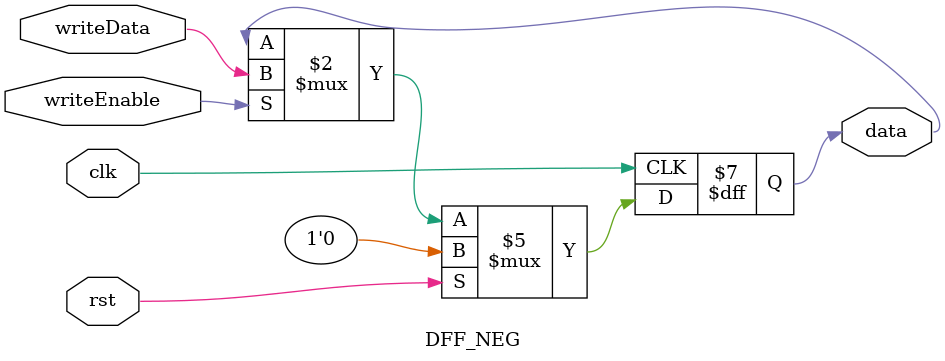
<source format=v>


`timescale 1ns / 1ps

// The circuitry implemented in this module is exactly the same as in
// "D_Flip_Flop.v", except that here there is a write-enabler which is
// if 0, the data in the DFF cannot be over-written.
// This DFF is written particularly for the registers.
// The variable names as verbose and hence self-explanatory.

// The D Flip Flop is active only at the negative edge of the Clock (clk)
// and can be reset to 0 synchronously by putting the rst bit to 1.
// Note that "writeEnable" is a control signal output by the Controller.

module DFF_NEG ( writeEnable , writeData , data , clk , rst ) ;
    input wire writeEnable, writeData, clk , rst ;
    output reg data ;

    always @ ( negedge clk ) begin  // negative-edge trigerred
        if ( rst )  data <= 1'b0 ;  // synchronous reset
        else if ( writeEnable )	data <= writeData ; // write data only when the enabler is active
    end
endmodule
</source>
